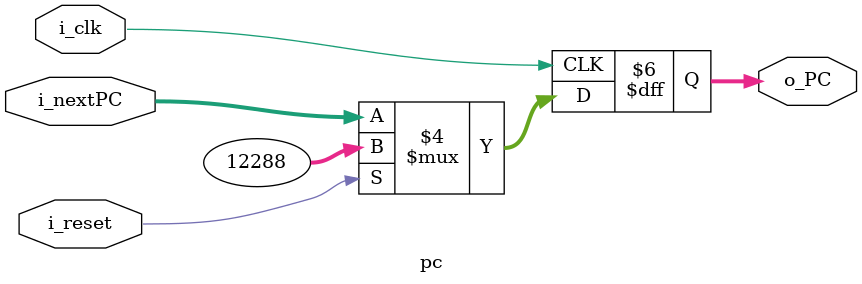
<source format=v>
`timescale 1ns / 1ps
module pc(
	input i_clk,
	input i_reset,
	input [31:0] i_nextPC,
	/**************/
	output reg [31:0] o_PC);
	
	initial begin
		o_PC <= 32'h00003000;
	end
	
	always @(posedge i_clk) begin
		if(i_reset) begin
			o_PC <= 32'h00003000;
			// reset to 0x00003000
		end
		else begin
			o_PC <= i_nextPC;
		end
	end

endmodule

/*
	pc PC(.i_clk(clk),
			.i_reset(reset),
			.i_nextPC(),
			.o_PC()
			);
*/

</source>
